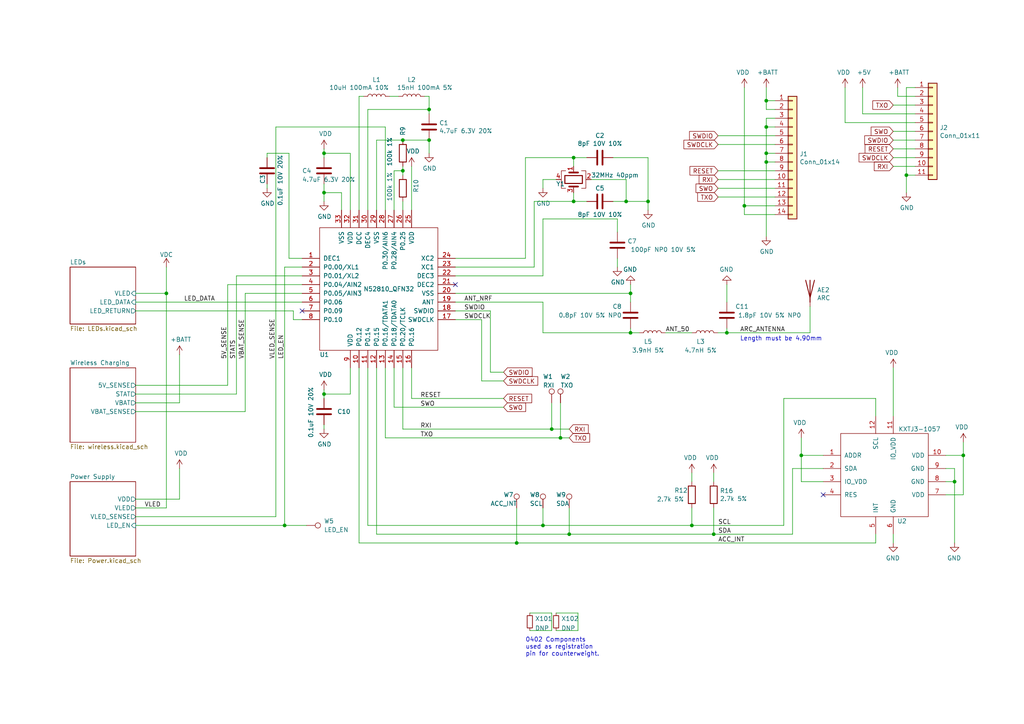
<source format=kicad_sch>
(kicad_sch (version 20211123) (generator eeschema)
  (paper "A4")
  (title_block (title "Pixels D20 Schematic, Main") (date "2021-06-23") (rev "2") (company "Systemic Games, LLC"))
  (lib_symbols
    (symbol "Connector_Generic:Conn_01x11" (pin_names (offset 1.016) hide)
      (property "Reference" "J" (at 0 15.24 0))
      (property "Value" "Conn_01x11" (at 0 -15.24 0))
      (symbol "Conn_01x11_1_1"
        (rectangle (start -1.27 -12.573) (end 0 -12.827) (stroke (width 0.1524)))
        (rectangle (start -1.27 -10.033) (end 0 -10.287) (stroke (width 0.1524)))
        (rectangle (start -1.27 -7.493) (end 0 -7.747) (stroke (width 0.1524)))
        (rectangle (start -1.27 -4.953) (end 0 -5.207) (stroke (width 0.1524)))
        (rectangle (start -1.27 -2.413) (end 0 -2.667) (stroke (width 0.1524)))
        (rectangle (start -1.27 0.127) (end 0 -0.127) (stroke (width 0.1524)))
        (rectangle (start -1.27 2.667) (end 0 2.413) (stroke (width 0.1524)))
        (rectangle (start -1.27 5.207) (end 0 4.953) (stroke (width 0.1524)))
        (rectangle (start -1.27 7.747) (end 0 7.493) (stroke (width 0.1524)))
        (rectangle (start -1.27 10.287) (end 0 10.033) (stroke (width 0.1524)))
        (rectangle (start -1.27 12.827) (end 0 12.573) (stroke (width 0.1524)))
        (rectangle (start -1.27 13.97) (end 1.27 -13.97) (stroke (width 0.254)) (fill (type background)))
        (pin passive line (at -5.08 12.7 0) (length 3.81) (name "Pin_1") (number "1"))
        (pin passive line (at -5.08 -10.16 0) (length 3.81) (name "Pin_10") (number "10"))
        (pin passive line (at -5.08 -12.7 0) (length 3.81) (name "Pin_11") (number "11"))
        (pin passive line (at -5.08 10.16 0) (length 3.81) (name "Pin_2") (number "2"))
        (pin passive line (at -5.08 7.62 0) (length 3.81) (name "Pin_3") (number "3"))
        (pin passive line (at -5.08 5.08 0) (length 3.81) (name "Pin_4") (number "4"))
        (pin passive line (at -5.08 2.54 0) (length 3.81) (name "Pin_5") (number "5"))
        (pin passive line (at -5.08 0 0) (length 3.81) (name "Pin_6") (number "6"))
        (pin passive line (at -5.08 -2.54 0) (length 3.81) (name "Pin_7") (number "7"))
        (pin passive line (at -5.08 -5.08 0) (length 3.81) (name "Pin_8") (number "8"))
        (pin passive line (at -5.08 -7.62 0) (length 3.81) (name "Pin_9") (number "9"))
      )
    )
    (symbol "Connector_Generic:Conn_01x14" (pin_names (offset 1.016) hide)
      (property "Reference" "J" (at 0 17.78 0))
      (property "Value" "Conn_01x14" (at 0 -20.32 0))
      (symbol "Conn_01x14_1_1"
        (rectangle (start -1.27 -17.653) (end 0 -17.907) (stroke (width 0.1524)))
        (rectangle (start -1.27 -15.113) (end 0 -15.367) (stroke (width 0.1524)))
        (rectangle (start -1.27 -12.573) (end 0 -12.827) (stroke (width 0.1524)))
        (rectangle (start -1.27 -10.033) (end 0 -10.287) (stroke (width 0.1524)))
        (rectangle (start -1.27 -7.493) (end 0 -7.747) (stroke (width 0.1524)))
        (rectangle (start -1.27 -4.953) (end 0 -5.207) (stroke (width 0.1524)))
        (rectangle (start -1.27 -2.413) (end 0 -2.667) (stroke (width 0.1524)))
        (rectangle (start -1.27 0.127) (end 0 -0.127) (stroke (width 0.1524)))
        (rectangle (start -1.27 2.667) (end 0 2.413) (stroke (width 0.1524)))
        (rectangle (start -1.27 5.207) (end 0 4.953) (stroke (width 0.1524)))
        (rectangle (start -1.27 7.747) (end 0 7.493) (stroke (width 0.1524)))
        (rectangle (start -1.27 10.287) (end 0 10.033) (stroke (width 0.1524)))
        (rectangle (start -1.27 12.827) (end 0 12.573) (stroke (width 0.1524)))
        (rectangle (start -1.27 15.367) (end 0 15.113) (stroke (width 0.1524)))
        (rectangle (start -1.27 16.51) (end 1.27 -19.05) (stroke (width 0.254)) (fill (type background)))
        (pin passive line (at -5.08 15.24 0) (length 3.81) (name "Pin_1") (number "1"))
        (pin passive line (at -5.08 -7.62 0) (length 3.81) (name "Pin_10") (number "10"))
        (pin passive line (at -5.08 -10.16 0) (length 3.81) (name "Pin_11") (number "11"))
        (pin passive line (at -5.08 -12.7 0) (length 3.81) (name "Pin_12") (number "12"))
        (pin passive line (at -5.08 -15.24 0) (length 3.81) (name "Pin_13") (number "13"))
        (pin passive line (at -5.08 -17.78 0) (length 3.81) (name "Pin_14") (number "14"))
        (pin passive line (at -5.08 12.7 0) (length 3.81) (name "Pin_2") (number "2"))
        (pin passive line (at -5.08 10.16 0) (length 3.81) (name "Pin_3") (number "3"))
        (pin passive line (at -5.08 7.62 0) (length 3.81) (name "Pin_4") (number "4"))
        (pin passive line (at -5.08 5.08 0) (length 3.81) (name "Pin_5") (number "5"))
        (pin passive line (at -5.08 2.54 0) (length 3.81) (name "Pin_6") (number "6"))
        (pin passive line (at -5.08 0 0) (length 3.81) (name "Pin_7") (number "7"))
        (pin passive line (at -5.08 -2.54 0) (length 3.81) (name "Pin_8") (number "8"))
        (pin passive line (at -5.08 -5.08 0) (length 3.81) (name "Pin_9") (number "9"))
      )
    )
    (symbol "Device:Antenna" (pin_numbers hide) (pin_names (offset 1.016) hide)
      (property "Reference" "AE" (at -1.905 1.905 0))
      (property "Value" "Antenna" (at -1.905 0 0))
      (symbol "Antenna_0_1"
        (polyline (pts (xy 0 2.54) (xy 0 -3.81)) (stroke (width 0.254)))
        (polyline (pts (xy 1.27 2.54) (xy 0 -2.54) (xy -1.27 2.54)) (stroke (width 0.254)))
      )
      (symbol "Antenna_1_1"
        (pin input line (at 0 -5.08 90) (length 2.54) (name "A") (number "1"))
      )
    )
    (symbol "Device:C" (pin_numbers hide) (pin_names (offset 0.254))
      (property "Reference" "C" (at 0.635 2.54 0))
      (property "Value" "C" (at 0.635 -2.54 0))
      (symbol "C_0_1"
        (polyline (pts (xy -2.032 -0.762) (xy 2.032 -0.762)) (stroke (width 0.508)))
        (polyline (pts (xy -2.032 0.762) (xy 2.032 0.762)) (stroke (width 0.508)))
      )
      (symbol "C_1_1"
        (pin passive line (at 0 3.81 270) (length 2.794) (name "~") (number "1"))
        (pin passive line (at 0 -3.81 90) (length 2.794) (name "~") (number "2"))
      )
    )
    (symbol "Device:Crystal_GND24" (pin_names (offset 1.016) hide)
      (property "Reference" "Y" (at 3.175 5.08 0))
      (property "Value" "Crystal_GND24" (at 3.175 3.175 0))
      (symbol "Crystal_GND24_0_1"
        (rectangle (start -1.143 2.54) (end 1.143 -2.54) (stroke (width 0.3048)))
        (polyline (pts (xy -2.54 0) (xy -2.032 0)))
        (polyline (pts (xy -2.032 -1.27) (xy -2.032 1.27)) (stroke (width 0.508)))
        (polyline (pts (xy 0 -3.81) (xy 0 -3.556)))
        (polyline (pts (xy 0 3.556) (xy 0 3.81)))
        (polyline (pts (xy 2.032 -1.27) (xy 2.032 1.27)) (stroke (width 0.508)))
        (polyline (pts (xy 2.032 0) (xy 2.54 0)))
        (polyline (pts (xy -2.54 -2.286) (xy -2.54 -3.556) (xy 2.54 -3.556) (xy 2.54 -2.286)))
        (polyline (pts (xy -2.54 2.286) (xy -2.54 3.556) (xy 2.54 3.556) (xy 2.54 2.286)))
      )
      (symbol "Crystal_GND24_1_1"
        (pin passive line (at -3.81 0 0) (length 1.27) (name "1") (number "1"))
        (pin passive line (at 0 5.08 270) (length 1.27) (name "2") (number "2"))
        (pin passive line (at 3.81 0 180) (length 1.27) (name "3") (number "3"))
        (pin passive line (at 0 -5.08 90) (length 1.27) (name "4") (number "4"))
      )
    )
    (symbol "Device:L" (pin_numbers hide) (pin_names (offset 1.016) hide)
      (property "Reference" "L" (at -1.27 0 90))
      (property "Value" "L" (at 1.905 0 90))
      (symbol "L_0_1"
        (arc (start 0 -2.54) (mid 0.635 -1.905) (end 0 -1.27))
        (arc (start 0 -1.27) (mid 0.635 -0.635) (end 0 0))
        (arc (start 0 0) (mid 0.635 0.635) (end 0 1.27))
        (arc (start 0 1.27) (mid 0.635 1.905) (end 0 2.54))
      )
      (symbol "L_1_1"
        (pin passive line (at 0 3.81 270) (length 1.27) (name "1") (number "1"))
        (pin passive line (at 0 -3.81 90) (length 1.27) (name "2") (number "2"))
      )
    )
    (symbol "Device:R" (pin_numbers hide) (pin_names (offset 0))
      (property "Reference" "R" (at 2.032 0 90))
      (property "Value" "R" (at 0 0 90))
      (symbol "R_0_1"
        (rectangle (start -1.016 -2.54) (end 1.016 2.54) (stroke (width 0.254)))
      )
      (symbol "R_1_1"
        (pin passive line (at 0 3.81 270) (length 1.27) (name "~") (number "1"))
        (pin passive line (at 0 -3.81 90) (length 1.27) (name "~") (number "2"))
      )
    )
    (symbol "Device:R_Small" (pin_numbers hide) (pin_names (offset 0.254) hide)
      (property "Reference" "R" (at 0.762 0.508 0))
      (property "Value" "R_Small" (at 0.762 -1.016 0))
      (symbol "R_Small_0_1"
        (rectangle (start -0.762 1.778) (end 0.762 -1.778) (stroke (width 0.2032)))
      )
      (symbol "R_Small_1_1"
        (pin passive line (at 0 2.54 270) (length 0.762) (name "~") (number "1"))
        (pin passive line (at 0 -2.54 90) (length 0.762) (name "~") (number "2"))
      )
    )
    (symbol "Pixels-dice:KXTJ3-1057" (pin_names (offset 1.016))
      (property "Reference" "U" (at 10.16 -12.7 0))
      (property "Value" "KXTJ3-1057" (at 8.89 13.97 0))
      (symbol "KXTJ3-1057_0_1"
        (rectangle (start -12.7 12.7) (end 12.7 -11.43))
      )
      (symbol "KXTJ3-1057_1_1"
        (pin input line (at -17.78 6.35 0) (length 5.08) (name "ADDR") (number "1"))
        (pin power_in line (at 17.78 6.35 180) (length 5.08) (name "VDD") (number "10"))
        (pin power_in line (at 2.54 17.78 270) (length 5.08) (name "IO_VDD") (number "11"))
        (pin input line (at -2.54 17.78 270) (length 5.08) (name "SCL") (number "12"))
        (pin bidirectional line (at -17.78 2.54 0) (length 5.08) (name "SDA") (number "2"))
        (pin power_in line (at -17.78 -1.27 0) (length 5.08) (name "IO_VDD") (number "3"))
        (pin passive line (at -17.78 -5.08 0) (length 5.08) (name "RES") (number "4"))
        (pin output line (at -2.54 -16.51 90) (length 5.08) (name "INT") (number "5"))
        (pin power_in line (at 2.54 -16.51 90) (length 5.08) (name "GND") (number "6"))
        (pin power_in line (at 17.78 -5.08 180) (length 5.08) (name "VDD") (number "7"))
        (pin power_in line (at 17.78 -1.27 180) (length 5.08) (name "GND") (number "8"))
        (pin power_in line (at 17.78 2.54 180) (length 5.08) (name "GND") (number "9"))
      )
    )
    (symbol "Pixels-dice:N52810_QFN32" (pin_names (offset 1.016))
      (property "Reference" "U" (at 13.97 -19.05 0))
      (property "Value" "N52810_QFN32" (at 2.54 0 0))
      (symbol "N52810_QFN32_0_1"
        (rectangle (start -17.78 17.78) (end 16.51 -17.78))
      )
      (symbol "N52810_QFN32_1_1"
        (pin power_out line (at -22.86 8.89 0) (length 5.08) (name "DEC1") (number "1"))
        (pin bidirectional line (at -6.35 -22.86 90) (length 5.08) (name "P0.12") (number "10"))
        (pin bidirectional line (at -3.81 -22.86 90) (length 5.08) (name "P0.14") (number "11"))
        (pin bidirectional line (at -1.27 -22.86 90) (length 5.08) (name "P0.15") (number "12"))
        (pin bidirectional line (at 1.27 -22.86 90) (length 5.08) (name "P0.16/TDATA1") (number "13"))
        (pin bidirectional line (at 3.81 -22.86 90) (length 5.08) (name "P0.18/TDATA0") (number "14"))
        (pin bidirectional line (at 6.35 -22.86 90) (length 5.08) (name "P0.20/TCLK") (number "15"))
        (pin bidirectional line (at 8.89 -22.86 90) (length 5.08) (name "P0.16") (number "16"))
        (pin bidirectional line (at 21.59 -8.89 180) (length 5.08) (name "SWDCLK") (number "17"))
        (pin bidirectional line (at 21.59 -6.35 180) (length 5.08) (name "SWDIO") (number "18"))
        (pin output line (at 21.59 -3.81 180) (length 5.08) (name "ANT") (number "19"))
        (pin bidirectional line (at -22.86 6.35 0) (length 5.08) (name "P0.00/XL1") (number "2"))
        (pin output line (at 21.59 -1.27 180) (length 5.08) (name "VSS") (number "20"))
        (pin output line (at 21.59 1.27 180) (length 5.08) (name "DEC2") (number "21"))
        (pin output line (at 21.59 3.81 180) (length 5.08) (name "DEC3") (number "22"))
        (pin output line (at 21.59 6.35 180) (length 5.08) (name "XC1") (number "23"))
        (pin input line (at 21.59 8.89 180) (length 5.08) (name "XC2") (number "24"))
        (pin power_in line (at 8.89 22.86 270) (length 5.08) (name "VDD") (number "25"))
        (pin bidirectional line (at 6.35 22.86 270) (length 5.08) (name "P0.25") (number "26"))
        (pin bidirectional line (at 3.81 22.86 270) (length 5.08) (name "P0.28/AIN4") (number "27"))
        (pin bidirectional line (at 1.27 22.86 270) (length 5.08) (name "P0.30/AIN6") (number "28"))
        (pin power_in line (at -1.27 22.86 270) (length 5.08) (name "VSS") (number "29"))
        (pin bidirectional line (at -22.86 3.81 0) (length 5.08) (name "P0.01/XL2") (number "3"))
        (pin output line (at -3.81 22.86 270) (length 5.08) (name "DEC4") (number "30"))
        (pin output line (at -6.35 22.86 270) (length 5.08) (name "DCC") (number "31"))
        (pin power_in line (at -8.89 22.86 270) (length 5.08) (name "VDD") (number "32"))
        (pin power_in line (at -11.43 22.86 270) (length 5.08) (name "VSS") (number "33"))
        (pin bidirectional line (at -22.86 1.27 0) (length 5.08) (name "P0.04/AIN2") (number "4"))
        (pin bidirectional line (at -22.86 -1.27 0) (length 5.08) (name "P0.05/AIN3") (number "5"))
        (pin bidirectional line (at -22.86 -3.81 0) (length 5.08) (name "P0.06") (number "6"))
        (pin bidirectional line (at -22.86 -6.35 0) (length 5.08) (name "P0.09") (number "7"))
        (pin bidirectional line (at -22.86 -8.89 0) (length 5.08) (name "P0.10") (number "8"))
        (pin power_in line (at -8.89 -22.86 90) (length 5.08) (name "VDD") (number "9"))
      )
    )
    (symbol "Pixels-dice:TEST_1P-conn" (pin_numbers hide) (pin_names (offset 0.762) hide)
      (property "Reference" "W" (at 0 6.858 0))
      (property "Value" "TEST_1P-conn" (at 0 5.08 0))
      (symbol "TEST_1P-conn_0_1"
        (circle (center 0 3.302) (radius 0.762))
      )
      (symbol "TEST_1P-conn_1_1"
        (pin passive line (at 0 0 90) (length 2.54) (name "1") (number "1"))
      )
    )
    (symbol "power:+5V" (power) (pin_names (offset 0))
      (property "Value" "+5V" (at 0 3.556 0))
      (symbol "+5V_0_1"
        (polyline (pts (xy -0.762 1.27) (xy 0 2.54)))
        (polyline (pts (xy 0 0) (xy 0 2.54)))
        (polyline (pts (xy 0 2.54) (xy 0.762 1.27)))
      )
      (symbol "+5V_1_1"
        (pin power_in line (at 0 0 90) (length 0) hide (name "+5V") (number "1"))
      )
    )
    (symbol "power:+BATT" (power) (pin_names (offset 0))
      (property "Value" "+BATT" (at 0 3.556 0))
      (symbol "+BATT_0_1"
        (polyline (pts (xy -0.762 1.27) (xy 0 2.54)))
        (polyline (pts (xy 0 0) (xy 0 2.54)))
        (polyline (pts (xy 0 2.54) (xy 0.762 1.27)))
      )
      (symbol "+BATT_1_1"
        (pin power_in line (at 0 0 90) (length 0) hide (name "+BATT") (number "1"))
      )
    )
    (symbol "power:GND" (power) (pin_names (offset 0))
      (property "Value" "GND" (at 0 -3.81 0))
      (symbol "GND_0_1"
        (polyline (pts (xy 0 0) (xy 0 -1.27) (xy 1.27 -1.27) (xy 0 -2.54) (xy -1.27 -1.27) (xy 0 -1.27)))
      )
      (symbol "GND_1_1"
        (pin power_in line (at 0 0 270) (length 0) hide (name "GND") (number "1"))
      )
    )
    (symbol "power:VDC" (power) (pin_names (offset 0))
      (property "Value" "VDC" (at 0 6.35 0))
      (symbol "VDC_0_1"
        (polyline (pts (xy -0.762 1.27) (xy 0 2.54)))
        (polyline (pts (xy 0 0) (xy 0 2.54)))
        (polyline (pts (xy 0 2.54) (xy 0.762 1.27)))
      )
      (symbol "VDC_1_1"
        (pin power_in line (at 0 0 90) (length 0) hide (name "VDC") (number "1"))
      )
    )
    (symbol "power:VDD" (power) (pin_names (offset 0))
      (property "Value" "VDD" (at 0 3.81 0))
      (symbol "VDD_0_1"
        (polyline (pts (xy -0.762 1.27) (xy 0 2.54)))
        (polyline (pts (xy 0 0) (xy 0 2.54)))
        (polyline (pts (xy 0 2.54) (xy 0.762 1.27)))
      )
      (symbol "VDD_1_1"
        (pin power_in line (at 0 0 90) (length 0) hide (name "VDD") (number "1"))
      )
    )
  )
  (junction (at 279.4 132.08))
  (junction (at 181.61 58.42))
  (junction (at 276.86 139.7))
  (junction (at 93.98 55.88))
  (junction (at 93.98 44.45))
  (junction (at 124.46 40.64))
  (junction (at 116.84 49.53))
  (junction (at 262.89 50.8))
  (junction (at 166.37 58.42))
  (junction (at 149.86 157.48))
  (junction (at 182.88 96.52))
  (junction (at 165.1 154.94))
  (junction (at 207.01 154.94))
  (junction (at 222.25 36.83))
  (junction (at 93.98 114.3))
  (junction (at 124.46 31.75))
  (junction (at 182.88 85.09))
  (junction (at 82.55 152.4))
  (junction (at 222.25 44.45))
  (junction (at 210.82 96.52))
  (junction (at 116.84 40.64))
  (junction (at 222.25 29.21))
  (junction (at 187.96 58.42))
  (junction (at 222.25 46.99))
  (junction (at 48.26 85.09))
  (junction (at 162.56 127))
  (junction (at 232.41 132.08))
  (junction (at 215.9 59.69))
  (junction (at 157.48 152.4))
  (junction (at 160.02 124.46))
  (junction (at 200.66 152.4))
  (junction (at 166.37 45.72))
  (no_connect (at 132.08 82.55))
  (no_connect (at 238.76 143.51))
  (no_connect (at 87.63 90.17))
  (wire (pts (xy 99.06 55.88) (xy 93.98 55.88)))
  (wire (pts (xy 99.06 60.96) (xy 99.06 55.88)))
  (wire (pts (xy 222.25 34.29) (xy 222.25 36.83)))
  (wire (pts (xy 207.01 137.16) (xy 207.01 139.7)))
  (wire (pts (xy 149.86 147.32) (xy 149.86 157.48)))
  (wire (pts (xy 109.22 40.64) (xy 109.22 60.96)))
  (wire (pts (xy 181.61 52.07) (xy 181.61 58.42)))
  (wire (pts (xy 250.19 25.4) (xy 250.19 33.02)))
  (wire (pts (xy 68.58 80.01) (xy 68.58 114.3)))
  (wire (pts (xy 154.94 77.47) (xy 154.94 58.42)))
  (wire (pts (xy 93.98 44.45) (xy 93.98 45.72)))
  (wire (pts (xy 232.41 139.7) (xy 232.41 132.08)))
  (wire (pts (xy 279.4 143.51) (xy 274.32 143.51)))
  (wire (pts (xy 101.6 44.45) (xy 93.98 44.45)))
  (wire (pts (xy 177.8 58.42) (xy 181.61 58.42)))
  (wire (pts (xy 157.48 80.01) (xy 132.08 80.01)))
  (wire (pts (xy 139.7 110.49) (xy 146.05 110.49)))
  (wire (pts (xy 132.08 74.93) (xy 152.4 74.93)))
  (wire (pts (xy 238.76 135.89) (xy 229.87 135.89)))
  (wire (pts (xy 207.01 147.32) (xy 207.01 154.94)))
  (wire (pts (xy 160.02 177.8) (xy 160.02 182.88)))
  (wire (pts (xy 187.96 45.72) (xy 187.96 58.42)))
  (wire (pts (xy 224.79 46.99) (xy 222.25 46.99)))
  (wire (pts (xy 160.02 124.46) (xy 165.1 124.46)))
  (wire (pts (xy 166.37 45.72) (xy 170.18 45.72)))
  (wire (pts (xy 259.08 154.94) (xy 259.08 157.48)))
  (wire (pts (xy 39.37 114.3) (xy 68.58 114.3)))
  (wire (pts (xy 132.08 87.63) (xy 157.48 87.63)))
  (wire (pts (xy 208.28 41.91) (xy 224.79 41.91)))
  (wire (pts (xy 39.37 147.32) (xy 48.26 147.32)))
  (wire (pts (xy 215.9 59.69) (xy 215.9 62.23)))
  (wire (pts (xy 116.84 124.46) (xy 116.84 106.68)))
  (wire (pts (xy 39.37 90.17) (xy 85.09 90.17)))
  (wire (pts (xy 162.56 127) (xy 165.1 127)))
  (wire (pts (xy 260.35 25.4) (xy 260.35 27.94)))
  (wire (pts (xy 80.01 36.83) (xy 111.76 36.83)))
  (wire (pts (xy 111.76 36.83) (xy 111.76 60.96)))
  (wire (pts (xy 262.89 25.4) (xy 262.89 50.8)))
  (wire (pts (xy 124.46 40.64) (xy 124.46 44.45)))
  (wire (pts (xy 39.37 111.76) (xy 66.04 111.76)))
  (wire (pts (xy 93.98 114.3) (xy 93.98 115.57)))
  (wire (pts (xy 132.08 85.09) (xy 182.88 85.09)))
  (wire (pts (xy 259.08 40.64) (xy 265.43 40.64)))
  (wire (pts (xy 149.86 157.48) (xy 254 157.48)))
  (wire (pts (xy 66.04 82.55) (xy 66.04 111.76)))
  (wire (pts (xy 224.79 59.69) (xy 215.9 59.69)))
  (wire (pts (xy 85.09 90.17) (xy 85.09 92.71)))
  (wire (pts (xy 274.32 139.7) (xy 276.86 139.7)))
  (wire (pts (xy 157.48 96.52) (xy 182.88 96.52)))
  (wire (pts (xy 152.4 74.93) (xy 152.4 45.72)))
  (wire (pts (xy 234.95 96.52) (xy 234.95 88.9)))
  (wire (pts (xy 106.68 106.68) (xy 106.68 152.4)))
  (wire (pts (xy 132.08 90.17) (xy 142.24 90.17)))
  (wire (pts (xy 114.3 106.68) (xy 114.3 118.11)))
  (wire (pts (xy 101.6 60.96) (xy 101.6 44.45)))
  (wire (pts (xy 254 120.65) (xy 254 115.57)))
  (wire (pts (xy 222.25 31.75) (xy 224.79 31.75)))
  (wire (pts (xy 93.98 114.3) (xy 93.98 113.03)))
  (wire (pts (xy 142.24 107.95) (xy 146.05 107.95)))
  (wire (pts (xy 222.25 29.21) (xy 222.25 31.75)))
  (wire (pts (xy 161.29 52.07) (xy 157.48 52.07)))
  (wire (pts (xy 160.02 116.84) (xy 160.02 124.46)))
  (wire (pts (xy 259.08 45.72) (xy 265.43 45.72)))
  (wire (pts (xy 222.25 44.45) (xy 222.25 46.99)))
  (wire (pts (xy 124.46 31.75) (xy 124.46 33.02)))
  (wire (pts (xy 52.07 144.78) (xy 52.07 135.89)))
  (wire (pts (xy 104.14 60.96) (xy 104.14 27.94)))
  (wire (pts (xy 114.3 60.96) (xy 114.3 49.53)))
  (wire (pts (xy 39.37 87.63) (xy 87.63 87.63)))
  (wire (pts (xy 123.19 27.94) (xy 124.46 27.94)))
  (wire (pts (xy 124.46 31.75) (xy 106.68 31.75)))
  (wire (pts (xy 165.1 154.94) (xy 207.01 154.94)))
  (wire (pts (xy 208.28 49.53) (xy 224.79 49.53)))
  (wire (pts (xy 232.41 132.08) (xy 238.76 132.08)))
  (wire (pts (xy 161.29 177.8) (xy 167.64 177.8)))
  (wire (pts (xy 177.8 45.72) (xy 187.96 45.72)))
  (wire (pts (xy 222.25 36.83) (xy 222.25 44.45)))
  (wire (pts (xy 39.37 85.09) (xy 48.26 85.09)))
  (wire (pts (xy 274.32 135.89) (xy 276.86 135.89)))
  (wire (pts (xy 279.4 132.08) (xy 279.4 143.51)))
  (wire (pts (xy 167.64 177.8) (xy 167.64 182.88)))
  (wire (pts (xy 114.3 49.53) (xy 116.84 49.53)))
  (wire (pts (xy 85.09 92.71) (xy 87.63 92.71)))
  (wire (pts (xy 154.94 58.42) (xy 166.37 58.42)))
  (wire (pts (xy 210.82 82.55) (xy 210.82 87.63)))
  (wire (pts (xy 232.41 132.08) (xy 232.41 127)))
  (wire (pts (xy 101.6 114.3) (xy 93.98 114.3)))
  (wire (pts (xy 111.76 127) (xy 162.56 127)))
  (wire (pts (xy 227.33 115.57) (xy 227.33 152.4)))
  (wire (pts (xy 276.86 139.7) (xy 276.86 157.48)))
  (wire (pts (xy 82.55 77.47) (xy 82.55 152.4)))
  (wire (pts (xy 200.66 137.16) (xy 200.66 139.7)))
  (wire (pts (xy 88.9 152.4) (xy 82.55 152.4)))
  (wire (pts (xy 222.25 34.29) (xy 224.79 34.29)))
  (wire (pts (xy 166.37 58.42) (xy 170.18 58.42)))
  (wire (pts (xy 215.9 62.23) (xy 224.79 62.23)))
  (wire (pts (xy 222.25 46.99) (xy 222.25 68.58)))
  (wire (pts (xy 182.88 82.55) (xy 182.88 85.09)))
  (wire (pts (xy 116.84 124.46) (xy 160.02 124.46)))
  (wire (pts (xy 179.07 63.5) (xy 179.07 67.31)))
  (wire (pts (xy 262.89 55.88) (xy 262.89 50.8)))
  (wire (pts (xy 259.08 48.26) (xy 265.43 48.26)))
  (wire (pts (xy 119.38 106.68) (xy 119.38 115.57)))
  (wire (pts (xy 208.28 57.15) (xy 224.79 57.15)))
  (wire (pts (xy 157.48 152.4) (xy 200.66 152.4)))
  (wire (pts (xy 152.4 45.72) (xy 166.37 45.72)))
  (wire (pts (xy 39.37 144.78) (xy 52.07 144.78)))
  (wire (pts (xy 259.08 38.1) (xy 265.43 38.1)))
  (wire (pts (xy 39.37 119.38) (xy 71.12 119.38)))
  (wire (pts (xy 124.46 27.94) (xy 124.46 31.75)))
  (wire (pts (xy 208.28 96.52) (xy 210.82 96.52)))
  (wire (pts (xy 259.08 30.48) (xy 265.43 30.48)))
  (wire (pts (xy 48.26 85.09) (xy 48.26 147.32)))
  (wire (pts (xy 82.55 77.47) (xy 87.63 77.47)))
  (wire (pts (xy 200.66 152.4) (xy 227.33 152.4)))
  (wire (pts (xy 109.22 154.94) (xy 165.1 154.94)))
  (wire (pts (xy 119.38 48.26) (xy 119.38 60.96)))
  (wire (pts (xy 82.55 152.4) (xy 39.37 152.4)))
  (wire (pts (xy 208.28 54.61) (xy 224.79 54.61)))
  (wire (pts (xy 87.63 82.55) (xy 66.04 82.55)))
  (wire (pts (xy 116.84 58.42) (xy 116.84 60.96)))
  (wire (pts (xy 116.84 40.64) (xy 124.46 40.64)))
  (wire (pts (xy 104.14 27.94) (xy 105.41 27.94)))
  (wire (pts (xy 250.19 33.02) (xy 265.43 33.02)))
  (wire (pts (xy 260.35 27.94) (xy 265.43 27.94)))
  (wire (pts (xy 87.63 80.01) (xy 68.58 80.01)))
  (wire (pts (xy 104.14 157.48) (xy 149.86 157.48)))
  (wire (pts (xy 139.7 92.71) (xy 139.7 110.49)))
  (wire (pts (xy 153.67 177.8) (xy 160.02 177.8)))
  (wire (pts (xy 39.37 149.86) (xy 80.01 149.86)))
  (wire (pts (xy 171.45 52.07) (xy 181.61 52.07)))
  (wire (pts (xy 93.98 44.45) (xy 93.98 43.18)))
  (wire (pts (xy 153.67 182.88) (xy 160.02 182.88)))
  (wire (pts (xy 93.98 55.88) (xy 93.98 58.42)))
  (wire (pts (xy 48.26 85.09) (xy 48.26 77.47)))
  (wire (pts (xy 157.48 87.63) (xy 157.48 96.52)))
  (wire (pts (xy 132.08 92.71) (xy 139.7 92.71)))
  (wire (pts (xy 165.1 147.32) (xy 165.1 154.94)))
  (wire (pts (xy 229.87 135.89) (xy 229.87 154.94)))
  (wire (pts (xy 224.79 44.45) (xy 222.25 44.45)))
  (wire (pts (xy 77.47 53.34) (xy 77.47 54.61)))
  (wire (pts (xy 146.05 115.57) (xy 119.38 115.57)))
  (wire (pts (xy 265.43 25.4) (xy 262.89 25.4)))
  (wire (pts (xy 116.84 49.53) (xy 116.84 50.8)))
  (wire (pts (xy 222.25 25.4) (xy 222.25 29.21)))
  (wire (pts (xy 162.56 116.84) (xy 162.56 127)))
  (wire (pts (xy 245.11 35.56) (xy 265.43 35.56)))
  (wire (pts (xy 157.48 147.32) (xy 157.48 152.4)))
  (wire (pts (xy 83.82 44.45) (xy 77.47 44.45)))
  (wire (pts (xy 182.88 95.25) (xy 182.88 96.52)))
  (wire (pts (xy 142.24 90.17) (xy 142.24 107.95)))
  (wire (pts (xy 109.22 40.64) (xy 116.84 40.64)))
  (wire (pts (xy 279.4 128.27) (xy 279.4 132.08)))
  (wire (pts (xy 87.63 74.93) (xy 83.82 74.93)))
  (wire (pts (xy 93.98 53.34) (xy 93.98 55.88)))
  (wire (pts (xy 157.48 63.5) (xy 157.48 80.01)))
  (wire (pts (xy 254 154.94) (xy 254 157.48)))
  (wire (pts (xy 106.68 31.75) (xy 106.68 60.96)))
  (wire (pts (xy 71.12 85.09) (xy 71.12 119.38)))
  (wire (pts (xy 181.61 58.42) (xy 187.96 58.42)))
  (wire (pts (xy 83.82 74.93) (xy 83.82 44.45)))
  (wire (pts (xy 210.82 96.52) (xy 234.95 96.52)))
  (wire (pts (xy 259.08 43.18) (xy 265.43 43.18)))
  (wire (pts (xy 207.01 154.94) (xy 229.87 154.94)))
  (wire (pts (xy 245.11 25.4) (xy 245.11 35.56)))
  (wire (pts (xy 116.84 48.26) (xy 116.84 49.53)))
  (wire (pts (xy 182.88 96.52) (xy 185.42 96.52)))
  (wire (pts (xy 80.01 36.83) (xy 80.01 149.86)))
  (wire (pts (xy 39.37 116.84) (xy 52.07 116.84)))
  (wire (pts (xy 182.88 85.09) (xy 182.88 87.63)))
  (wire (pts (xy 104.14 106.68) (xy 104.14 157.48)))
  (wire (pts (xy 179.07 74.93) (xy 179.07 77.47)))
  (wire (pts (xy 157.48 52.07) (xy 157.48 54.61)))
  (wire (pts (xy 193.04 96.52) (xy 200.66 96.52)))
  (wire (pts (xy 113.03 27.94) (xy 115.57 27.94)))
  (wire (pts (xy 187.96 58.42) (xy 187.96 60.96)))
  (wire (pts (xy 166.37 55.88) (xy 166.37 58.42)))
  (wire (pts (xy 208.28 39.37) (xy 224.79 39.37)))
  (wire (pts (xy 166.37 48.26) (xy 166.37 45.72)))
  (wire (pts (xy 279.4 132.08) (xy 274.32 132.08)))
  (wire (pts (xy 254 115.57) (xy 227.33 115.57)))
  (wire (pts (xy 179.07 63.5) (xy 157.48 63.5)))
  (wire (pts (xy 238.76 139.7) (xy 232.41 139.7)))
  (wire (pts (xy 210.82 95.25) (xy 210.82 96.52)))
  (wire (pts (xy 146.05 118.11) (xy 114.3 118.11)))
  (wire (pts (xy 262.89 50.8) (xy 265.43 50.8)))
  (wire (pts (xy 77.47 44.45) (xy 77.47 45.72)))
  (wire (pts (xy 224.79 36.83) (xy 222.25 36.83)))
  (wire (pts (xy 111.76 127) (xy 111.76 106.68)))
  (wire (pts (xy 109.22 106.68) (xy 109.22 154.94)))
  (wire (pts (xy 215.9 25.4) (xy 215.9 59.69)))
  (wire (pts (xy 276.86 135.89) (xy 276.86 139.7)))
  (wire (pts (xy 259.08 106.68) (xy 259.08 120.65)))
  (wire (pts (xy 222.25 29.21) (xy 224.79 29.21)))
  (wire (pts (xy 132.08 77.47) (xy 154.94 77.47)))
  (wire (pts (xy 200.66 147.32) (xy 200.66 152.4)))
  (wire (pts (xy 101.6 106.68) (xy 101.6 114.3)))
  (wire (pts (xy 161.29 182.88) (xy 167.64 182.88)))
  (wire (pts (xy 52.07 102.87) (xy 52.07 116.84)))
  (wire (pts (xy 87.63 85.09) (xy 71.12 85.09)))
  (wire (pts (xy 208.28 52.07) (xy 224.79 52.07)))
  (wire (pts (xy 106.68 152.4) (xy 157.48 152.4)))
  (wire (pts (xy 93.98 123.19) (xy 93.98 124.46)))
  (text "0402 Components\nused as registration\npin for counterweight." (at 152.4 190.5 0) (effects (font (size 1.27 1.27)) (justify left bottom)))
  (text "Length must be 4.90mm" (at 214.63 99.06 0) (effects (font (size 1.27 1.27)) (justify left bottom)))
  (label "VLED_SENSE" (at 80.01 104.14 90))
  (label "TXO" (at 121.92 127 0))
  (label "ACC_INT" (at 208.28 157.48 0))
  (label "ANT_50" (at 193.04 96.52 0))
  (label "SWDCLK" (at 134.62 92.71 0))
  (label "VBAT_SENSE" (at 71.12 104.14 90))
  (label "5V_SENSE" (at 66.04 104.14 90))
  (label "ANT_NRF" (at 134.62 87.63 0))
  (label "SDA" (at 208.28 154.94 0))
  (label "LED_EN" (at 82.55 104.14 90))
  (label "ARC_ANTENNA" (at 214.63 96.52 0))
  (label "RXI" (at 121.92 124.46 0))
  (label "SWDIO" (at 134.62 90.17 0))
  (label "SWO" (at 121.92 118.11 0))
  (label "LED_DATA" (at 53.34 87.63 0))
  (label "RESET" (at 121.92 115.57 0))
  (label "SCL" (at 208.28 152.4 0))
  (label "VLED" (at 41.91 147.32 0))
  (label "STATS" (at 68.58 104.14 90))
  (global_label "TXO" (shape input) (at 165.1 127 0) (property "Intersheet References" "${INTERSHEET_REFS}" (effects hide)))
  (global_label "RXI" (shape input) (at 259.08 48.26 180) (property "Intersheet References" "${INTERSHEET_REFS}" (effects hide)))
  (global_label "RESET" (shape input) (at 259.08 43.18 180) (property "Intersheet References" "${INTERSHEET_REFS}" (effects hide)))
  (global_label "RESET" (shape input) (at 208.28 49.53 180) (property "Intersheet References" "${INTERSHEET_REFS}" (effects hide)))
  (global_label "SWDIO" (shape input) (at 146.05 107.95 0) (property "Intersheet References" "${INTERSHEET_REFS}" (effects hide)))
  (global_label "RXI" (shape input) (at 208.28 52.07 180) (property "Intersheet References" "${INTERSHEET_REFS}" (effects hide)))
  (global_label "SWDCLK" (shape input) (at 259.08 45.72 180) (property "Intersheet References" "${INTERSHEET_REFS}" (effects hide)))
  (global_label "TXO" (shape input) (at 259.08 30.48 180) (property "Intersheet References" "${INTERSHEET_REFS}" (effects hide)))
  (global_label "SWO" (shape input) (at 146.05 118.11 0) (property "Intersheet References" "${INTERSHEET_REFS}" (effects hide)))
  (global_label "SWDCLK" (shape input) (at 146.05 110.49 0) (property "Intersheet References" "${INTERSHEET_REFS}" (effects hide)))
  (global_label "TXO" (shape input) (at 208.28 57.15 180) (property "Intersheet References" "${INTERSHEET_REFS}" (effects hide)))
  (global_label "RESET" (shape input) (at 146.05 115.57 0) (property "Intersheet References" "${INTERSHEET_REFS}" (effects hide)))
  (global_label "SWDIO" (shape input) (at 259.08 40.64 180) (property "Intersheet References" "${INTERSHEET_REFS}" (effects hide)))
  (global_label "SWO" (shape input) (at 208.28 54.61 180) (property "Intersheet References" "${INTERSHEET_REFS}" (effects hide)))
  (global_label "RXI" (shape input) (at 165.1 124.46 0) (property "Intersheet References" "${INTERSHEET_REFS}" (effects hide)))
  (global_label "SWDCLK" (shape input) (at 208.28 41.91 180) (property "Intersheet References" "${INTERSHEET_REFS}" (effects hide)))
  (global_label "SWO" (shape input) (at 259.08 38.1 180) (property "Intersheet References" "${INTERSHEET_REFS}" (effects hide)))
  (global_label "SWDIO" (shape input) (at 208.28 39.37 180) (property "Intersheet References" "${INTERSHEET_REFS}" (effects hide)))
  (symbol (lib_id "power:GND") (at 93.98 124.46 0) (unit 1)
    (property "Reference" "#PWR016" (effects hide))
    (property "Value" "GND" (at 94.107 128.8542 0))
  )
  (symbol (lib_id "power:VDD") (at 93.98 113.03 0) (unit 1)
    (property "Reference" "#PWR014" (effects hide))
    (property "Value" "VDD" (at 94.4118 108.6358 0))
  )
  (symbol (lib_id "Device:C") (at 93.98 119.38 0) (unit 1)
    (property "Reference" "C10" (at 97.79 119.38 0) (effects (justify left)))
    (property "Value" "0.1uF 10V 20%" (at 90.17 127 90) (effects (justify left)))
    (property "Footprint" "Pixels-dice:C_0402_1005Metric" (effects hide))
    (property "Generic OK" "YES" (effects hide))
    (property "Pixels Part Number" "SMD-C005" (effects hide))
    (property "Manufacturer" "Murata" (effects hide))
    (property "Manufacturer Part Number" "GRM155R61H104KE19D" (effects hide))
  )
  (symbol (lib_id "power:GND") (at 93.98 58.42 0) (unit 1)
    (property "Reference" "#PWR08" (effects hide))
    (property "Value" "GND" (at 94.107 62.8142 0))
  )
  (symbol (lib_id "power:VDD") (at 93.98 43.18 0) (unit 1)
    (property "Reference" "#PWR01" (effects hide))
    (property "Value" "VDD" (at 94.4118 38.7858 0))
  )
  (symbol (lib_id "Device:C") (at 93.98 49.53 0) (unit 1)
    (property "Reference" "C4" (at 87.63 49.53 0) (effects (justify left)))
    (property "Value" "4.7uF 6.3V 20%" (at 87.63 52.07 0) (effects (justify left)))
    (property "Footprint" "Pixels-dice:C_0402_1005Metric" (effects hide))
    (property "Generic OK" "YES" (effects hide))
    (property "Pixels Part Number" "SMD-C002" (effects hide))
    (property "Manufacturer" "Murata" (effects hide))
    (property "Manufacturer Part Number" "GRM155R60J475ME87D" (effects hide))
  )
  (symbol (lib_id "power:GND") (at 77.47 54.61 0) (unit 1)
    (property "Reference" "#PWR05" (effects hide))
    (property "Value" "GND" (at 77.597 59.0042 0))
  )
  (symbol (lib_id "Device:C") (at 77.47 49.53 0) (unit 1)
    (property "Reference" "C3" (at 76.2 53.34 90) (effects (justify left)))
    (property "Value" "0.1uF 10V 20%" (at 81.28 59.69 90) (effects (justify left)))
    (property "Footprint" "Pixels-dice:C_0402_1005Metric" (effects hide))
    (property "Generic OK" "YES" (effects hide))
    (property "Pixels Part Number" "SMD-C005" (effects hide))
    (property "Manufacturer" "Murata" (effects hide))
    (property "Manufacturer Part Number" "GRM155R61H104KE19D" (effects hide))
  )
  (symbol (lib_id "Device:L") (at 109.22 27.94 90) (unit 1)
    (property "Reference" "L1" (at 109.22 23.114 90))
    (property "Value" "10uH 100mA 10%" (at 104.14 25.4 90))
    (property "Footprint" "Inductor_SMD:L_0805_2012Metric" (effects hide))
    (property "Generic OK" "YES" (effects hide))
    (property "Pixels Part Number" "SMD-L001" (effects hide))
    (property "Manufacturer" "Taiyo Yuden" (effects hide))
    (property "Manufacturer Part Number" "LBR2012T100K" (effects hide))
  )
  (symbol (lib_id "Device:L") (at 119.38 27.94 90) (unit 1)
    (property "Reference" "L2" (at 119.38 23.114 90))
    (property "Value" "15nH 100mA 5%" (at 123.19 25.4 90))
    (property "Footprint" "Inductor_SMD:L_0402_1005Metric" (effects hide))
    (property "Generic OK" "YES" (effects hide))
    (property "Pixels Part Number" "SMD-L002" (effects hide))
    (property "Manufacturer" "Taiyo Yuden" (effects hide))
    (property "Manufacturer Part Number" "HK100515NJ-T" (effects hide))
  )
  (symbol (lib_id "Device:C") (at 124.46 36.83 0) (unit 1)
    (property "Reference" "C1" (at 127.381 35.6616 0) (effects (justify left)))
    (property "Value" "4.7uF 6.3V 20%" (at 127.381 37.973 0) (effects (justify left)))
    (property "Footprint" "Pixels-dice:C_0402_1005Metric" (effects hide))
    (property "Generic OK" "YES" (effects hide))
    (property "Pixels Part Number" "SMD-C002" (effects hide))
    (property "Manufacturer" "Murata" (effects hide))
    (property "Manufacturer Part Number" "GRM155R60J475ME87D" (effects hide))
  )
  (symbol (lib_id "power:GND") (at 124.46 44.45 0) (unit 1)
    (property "Reference" "#PWR03" (effects hide))
    (property "Value" "GND" (at 124.587 48.8442 0))
  )
  (symbol (lib_id "Device:Crystal_GND24") (at 166.37 52.07 270) (unit 1)
    (property "Reference" "Y1" (at 161.29 53.34 90) (effects (justify left)))
    (property "Value" "32MHz 40ppm" (at 171.45 50.8 90) (effects (justify left)))
    (property "Footprint" "Pixels-dice:Crystal_SMD_2016-4Pin_2.0x1.6mm" (effects hide))
    (property "Generic OK" "YES" (effects hide))
    (property "Manufacturer" "Murata" (effects hide))
    (property "Manufacturer Part Number" "XRCGB32M000F2P00R0" (effects hide))
    (property "Pixels Part Number" "SMD-Y001" (effects hide))
  )
  (symbol (lib_id "Device:C") (at 173.99 45.72 270) (unit 1)
    (property "Reference" "C2" (at 173.99 39.3192 90))
    (property "Value" "8pF 10V 10%" (at 173.99 41.6306 90))
    (property "Footprint" "Pixels-dice:C_0402_1005Metric" (effects hide))
    (property "Generic OK" "YES" (effects hide))
    (property "Pixels Part Number" "SMD-C001" (effects hide))
    (property "Manufacturer" "Murata" (effects hide))
    (property "Manufacturer Part Number" "GRM1555C2A8R0DA01D" (effects hide))
  )
  (symbol (lib_id "Device:C") (at 173.99 58.42 270) (unit 1)
    (property "Reference" "C5" (at 173.99 54.61 90))
    (property "Value" "8pF 10V 10%" (at 173.99 62.23 90))
    (property "Footprint" "Pixels-dice:C_0402_1005Metric" (effects hide))
    (property "Generic OK" "YES" (effects hide))
    (property "Pixels Part Number" "SMD-C001" (effects hide))
    (property "Manufacturer" "Murata" (effects hide))
    (property "Manufacturer Part Number" "GRM1555C2A8R0DA01D" (effects hide))
  )
  (symbol (lib_id "power:GND") (at 187.96 60.96 0) (unit 1)
    (property "Reference" "#PWR09" (effects hide))
    (property "Value" "GND" (at 188.087 65.3542 0))
  )
  (symbol (lib_id "power:GND") (at 179.07 77.47 0) (unit 1)
    (property "Reference" "#PWR011" (effects hide))
    (property "Value" "GND" (at 179.197 81.8642 0))
  )
  (symbol (lib_id "Device:C") (at 179.07 71.12 0) (unit 1)
    (property "Reference" "C7" (at 181.991 69.9516 0) (effects (justify left)))
    (property "Value" "100pF NP0 10V 5%" (at 182.88 72.39 0) (effects (justify left)))
    (property "Footprint" "Pixels-dice:C_0402_1005Metric" (effects hide))
    (property "Generic OK" "YES" (effects hide))
    (property "Pixels Part Number" "SMD-C003" (effects hide))
    (property "Manufacturer" "Kemet" (effects hide))
    (property "Manufacturer Part Number" "C0402C101J5GAC7411" (effects hide))
  )
  (symbol (lib_id "Device:C") (at 182.88 91.44 180) (unit 1)
    (property "Reference" "C8" (at 180.34 88.9 0) (effects (justify left)))
    (property "Value" "0.8pF 10V 5% NP0" (at 180.34 91.44 0) (effects (justify left)))
    (property "Footprint" "Pixels-dice:0402_RF" (effects hide))
    (property "Generic OK" "YES" (effects hide))
    (property "Pixels Part Number" "SMD-C004" (effects hide))
    (property "Manufacturer" "Murata" (effects hide))
    (property "Manufacturer Part Number" "GCM1555C1HR80BA16D" (effects hide))
  )
  (symbol (lib_id "power:GND") (at 182.88 82.55 180) (unit 1)
    (property "Reference" "#PWR012" (effects hide))
    (property "Value" "GND" (at 182.753 78.1558 0))
  )
  (symbol (lib_id "power:GND") (at 157.48 54.61 0) (unit 1)
    (property "Reference" "#PWR06" (effects hide))
    (property "Value" "GND" (at 157.607 59.0042 0))
  )
  (symbol (lib_id "power:VDD") (at 52.07 135.89 0) (unit 1)
    (property "Reference" "#PWR021" (effects hide))
    (property "Value" "VDD" (at 52.5018 131.4958 0))
  )
  (symbol (lib_id "Pixels-dice:TEST_1P-conn") (at 160.02 116.84 0) (unit 1)
    (property "Reference" "W1" (at 157.48 109.22 0) (effects (justify left)))
    (property "Value" "RXI" (at 157.48 111.76 0) (effects (justify left)))
    (property "Footprint" "Pixels-dice:TEST_PIN" (effects hide))
    (property "Generic OK" "N/A" (effects hide))
  )
  (symbol (lib_id "Pixels-dice:TEST_1P-conn") (at 162.56 116.84 0) (unit 1)
    (property "Reference" "W2" (at 162.56 109.22 0) (effects (justify left)))
    (property "Value" "TXO" (at 162.56 111.76 0) (effects (justify left)))
    (property "Footprint" "Pixels-dice:TEST_PIN" (effects hide))
    (property "Generic OK" "N/A" (effects hide))
  )
  (symbol (lib_id "Pixels-dice:TEST_1P-conn") (at 88.9 152.4 270) (unit 1)
    (property "Reference" "W5" (at 93.98 151.13 90) (effects (justify left)))
    (property "Value" "LED_EN" (at 93.98 153.67 90) (effects (justify left)))
    (property "Footprint" "Pixels-dice:TEST_PIN" (effects hide))
    (property "Generic OK" "N/A" (effects hide))
  )
  (symbol (lib_id "Pixels-dice:TEST_1P-conn") (at 149.86 147.32 0) (unit 1)
    (property "Reference" "W7" (at 146.05 143.51 0) (effects (justify left)))
    (property "Value" "ACC_INT" (at 142.24 146.05 0) (effects (justify left)))
    (property "Footprint" "Pixels-dice:TEST_PIN" (effects hide))
    (property "Generic OK" "N/A" (effects hide))
  )
  (symbol (lib_id "Pixels-dice:TEST_1P-conn") (at 157.48 147.32 0) (unit 1)
    (property "Reference" "W8" (at 153.67 143.51 0) (effects (justify left)))
    (property "Value" "SCL" (at 153.67 146.05 0) (effects (justify left)))
    (property "Footprint" "Pixels-dice:TEST_PIN" (effects hide))
    (property "Generic OK" "N/A" (effects hide))
  )
  (symbol (lib_id "Pixels-dice:TEST_1P-conn") (at 165.1 147.32 0) (unit 1)
    (property "Reference" "W9" (at 161.29 143.51 0) (effects (justify left)))
    (property "Value" "SDA" (at 161.29 146.05 0) (effects (justify left)))
    (property "Footprint" "Pixels-dice:TEST_PIN" (effects hide))
    (property "Generic OK" "N/A" (effects hide))
  )
  (symbol (lib_id "Pixels-dice:N52810_QFN32") (at 110.49 83.82 0) (unit 1)
    (property "Reference" "U1" (at 92.71 102.87 0) (effects (justify left)))
    (property "Value" "N52810_QFN32" (at 105.41 83.82 0) (effects (justify left)))
    (property "Footprint" "Package_DFN_QFN:QFN-32-1EP_5x5mm_P0.5mm_EP3.1x3.1mm" (effects hide))
    (property "Generic OK" "NO" (effects hide))
    (property "Manufacturer" "Nordic Semiconductor" (effects hide))
    (property "Manufacturer Part Number" "NRF52810-QCAA-R" (effects hide))
    (property "Pixels Part Number" "SMD-U001" (effects hide))
  )
  (symbol (lib_id "power:VDD") (at 119.38 48.26 0) (unit 1)
    (property "Reference" "#PWR04" (effects hide))
    (property "Value" "VDD" (at 119.8118 43.8658 0))
  )
  (symbol (lib_id "Connector_Generic:Conn_01x14") (at 229.87 44.45 0) (unit 1)
    (property "Reference" "J1" (at 231.902 44.6532 0) (effects (justify left)))
    (property "Value" "Conn_01x14" (at 231.902 46.9646 0) (effects (justify left)))
    (property "Footprint" "Pixels-dice:FPC_14" (effects hide))
    (property "Generic OK" "N/A" (effects hide))
  )
  (symbol (lib_id "power:+BATT") (at 222.25 25.4 0) (unit 1)
    (property "Reference" "#PWR07" (effects hide))
    (property "Value" "+BATT" (at 222.631 21.0058 0))
  )
  (symbol (lib_id "power:VDD") (at 215.9 25.4 0) (mirror y) (unit 1)
    (property "Reference" "#PWR02" (effects hide))
    (property "Value" "VDD" (at 215.4682 21.0058 0))
  )
  (symbol (lib_id "power:GND") (at 222.25 68.58 0) (unit 1)
    (property "Reference" "#PWR013" (effects hide))
    (property "Value" "GND" (at 222.377 72.9742 0))
  )
  (symbol (lib_id "Device:R") (at 116.84 54.61 0) (unit 1)
    (property "Reference" "R10" (at 120.65 55.88 90) (effects (justify left)))
    (property "Value" "100k 1%" (at 113.03 58.42 90) (effects (justify left)))
    (property "Footprint" "Pixels-dice:R_0402_1005Metric" (effects hide))
    (property "Generic OK" "YES" (effects hide))
    (property "Pixels Part Number" "SMD-R006" (effects hide))
    (property "Manufacturer" "Vishay" (effects hide))
    (property "Manufacturer Part Number" "CRCW0402100KFKEDC" (effects hide))
  )
  (symbol (lib_id "Device:R") (at 116.84 44.45 0) (unit 1)
    (property "Reference" "R9" (at 116.84 39.37 90) (effects (justify left)))
    (property "Value" "100k 1%" (at 113.03 48.26 90) (effects (justify left)))
    (property "Footprint" "Pixels-dice:R_0402_1005Metric" (effects hide))
    (property "Generic OK" "YES" (effects hide))
    (property "Pixels Part Number" "SMD-R006" (effects hide))
    (property "Manufacturer" "Vishay" (effects hide))
    (property "Manufacturer Part Number" "CRCW0402100KFKEDC" (effects hide))
  )
  (symbol (lib_id "Connector_Generic:Conn_01x11") (at 270.51 38.1 0) (unit 1)
    (property "Reference" "J2" (at 272.542 37.0332 0) (effects (justify left)))
    (property "Value" "Conn_01x11" (at 272.542 39.3446 0) (effects (justify left)))
    (property "Footprint" "Pixels-dice:FPC-POGO-11" (effects hide))
    (property "Generic OK" "N/A" (effects hide))
  )
  (symbol (lib_id "power:+BATT") (at 260.35 25.4 0) (unit 1)
    (property "Reference" "#PWR022" (effects hide))
    (property "Value" "+BATT" (at 260.731 21.0058 0))
  )
  (symbol (lib_id "power:VDD") (at 245.11 25.4 0) (mirror y) (unit 1)
    (property "Reference" "#PWR018" (effects hide))
    (property "Value" "VDD" (at 244.6782 21.0058 0))
  )
  (symbol (lib_id "power:GND") (at 262.89 55.88 0) (unit 1)
    (property "Reference" "#PWR024" (effects hide))
    (property "Value" "GND" (at 263.017 60.2742 0))
  )
  (symbol (lib_id "power:+5V") (at 250.19 25.4 0) (unit 1)
    (property "Reference" "#PWR017" (effects hide))
    (property "Value" "+5V" (at 250.571 21.0058 0))
  )
  (symbol (lib_id "Device:L") (at 189.23 96.52 90) (unit 1)
    (property "Reference" "L5" (at 187.96 99.06 90))
    (property "Value" "3.9nH 5%" (at 187.96 101.6 90))
    (property "Footprint" "Pixels-dice:0402_RF" (effects hide))
    (property "Generic OK" "YES" (effects hide))
    (property "Manufacturer" "Murata" (effects hide))
    (property "Manufacturer Part Number" "LQG15HS3N9B02D" (effects hide))
  )
  (symbol (lib_id "Device:Antenna") (at 234.95 83.82 0) (unit 1)
    (property "Reference" "AE2" (at 236.982 84.0994 0) (effects (justify left)))
    (property "Value" "ARC" (at 236.982 86.4108 0) (effects (justify left)))
    (property "Footprint" "Pixels-dice:ARC_Antenna" (effects hide))
    (property "Manufacturer" "AEM Antennas" (effects hide))
    (property "Generic OK" "N/A" (effects hide))
  )
  (symbol (lib_id "Device:R") (at 200.66 143.51 0) (unit 1)
    (property "Reference" "R12" (at 195.58 142.24 0) (effects (justify left)))
    (property "Value" "2.7k 5%" (at 190.5 144.78 0) (effects (justify left)))
    (property "Footprint" "Pixels-dice:R_0402_1005Metric" (effects hide))
    (property "Generic OK" "YES" (effects hide))
    (property "Manufacturer" "Yageo" (effects hide))
    (property "Manufacturer Part Number" "RC0402JR-072K7L" (effects hide))
    (property "Pixels Part Number" "SMD-R021" (effects hide))
  )
  (symbol (lib_id "Device:R") (at 207.01 143.51 0) (unit 1)
    (property "Reference" "R16" (at 208.788 142.3416 0) (effects (justify left)))
    (property "Value" "2.7k 5%" (at 208.788 144.653 0) (effects (justify left)))
    (property "Footprint" "Pixels-dice:R_0402_1005Metric" (effects hide))
    (property "Generic OK" "YES" (effects hide))
    (property "Manufacturer" "Yageo" (effects hide))
    (property "Manufacturer Part Number" "RC0402JR-072K7L" (effects hide))
    (property "Pixels Part Number" "SMD-R021" (effects hide))
  )
  (symbol (lib_id "power:VDD") (at 207.01 137.16 0) (mirror y) (unit 1)
    (property "Reference" "#PWR046" (effects hide))
    (property "Value" "VDD" (at 206.5782 132.7658 0))
  )
  (symbol (lib_id "power:VDD") (at 200.66 137.16 0) (mirror y) (unit 1)
    (property "Reference" "#PWR045" (effects hide))
    (property "Value" "VDD" (at 200.2282 132.7658 0))
  )
  (symbol (lib_id "Pixels-dice:KXTJ3-1057") (at 256.54 138.43 0) (unit 1)
    (property "Reference" "U2" (at 261.62 151.13 0))
    (property "Value" "KXTJ3-1057" (at 266.7 124.46 0))
    (property "Footprint" "Package_LGA:LGA-12_2x2mm_P0.5mm" (effects hide))
    (property "Manufacturer" "Kionix" (effects hide))
    (property "Manufacturer Part Number" "KXTJ3-1057" (effects hide))
    (property "Pixels Part Number" "SMD-U002-ALT1" (effects hide))
    (property "Generic OK" "NO" (effects hide))
  )
  (symbol (lib_id "power:VDD") (at 279.4 128.27 0) (mirror y) (unit 1)
    (property "Reference" "#PWR037" (effects hide))
    (property "Value" "VDD" (at 278.9682 123.8758 0))
  )
  (symbol (lib_id "power:GND") (at 259.08 157.48 0) (mirror y) (unit 1)
    (property "Reference" "#PWR047" (effects hide))
    (property "Value" "GND" (at 258.953 161.8742 0))
  )
  (symbol (lib_id "power:GND") (at 276.86 157.48 0) (mirror y) (unit 1)
    (property "Reference" "#PWR048" (effects hide))
    (property "Value" "GND" (at 276.733 161.8742 0))
  )
  (symbol (lib_id "power:VDD") (at 259.08 106.68 0) (mirror y) (unit 1)
    (property "Reference" "#PWR015" (effects hide))
    (property "Value" "VDD" (at 258.6482 102.2858 0))
  )
  (symbol (lib_id "power:VDD") (at 232.41 127 0) (mirror y) (unit 1)
    (property "Reference" "#PWR023" (effects hide))
    (property "Value" "VDD" (at 231.9782 122.6058 0))
  )
  (symbol (lib_id "Device:L") (at 204.47 96.52 90) (unit 1)
    (property "Reference" "L3" (at 203.2 99.06 90))
    (property "Value" "4.7nH 5%" (at 203.2 101.6 90))
    (property "Footprint" "Pixels-dice:0402_RF" (effects hide))
    (property "Generic OK" "YES" (effects hide))
    (property "Manufacturer" "Murata" (effects hide))
    (property "Manufacturer Part Number" "LQG15HN4N7S02D" (effects hide))
  )
  (symbol (lib_id "Device:C") (at 210.82 91.44 180) (unit 1)
    (property "Reference" "C11" (at 217.17 88.9 0) (effects (justify left)))
    (property "Value" "1.8pF 10V 5% NP0" (at 232.41 91.44 0) (effects (justify left)))
    (property "Footprint" "Pixels-dice:0402_RF" (effects hide))
    (property "Generic OK" "YES" (effects hide))
    (property "Pixels Part Number" "SMD-C004" (effects hide))
    (property "Manufacturer" "Murata" (effects hide))
    (property "Manufacturer Part Number" "GCM1555C1H1R8BA16D" (effects hide))
  )
  (symbol (lib_id "power:VDC") (at 48.26 77.47 0) (unit 1)
    (property "Reference" "#PWR010" (effects hide))
    (property "Value" "VDC" (at 48.26 73.8655 0))
  )
  (symbol (lib_id "Device:R_Small") (at 153.67 180.34 0) (unit 1)
    (property "Reference" "X101" (at 155.1686 179.4315 0) (effects (justify left)))
    (property "Value" "DNP" (at 155.1686 182.2066 0) (effects (justify left)))
    (property "Footprint" "Capacitor_SMD:C_0402_1005Metric" (effects hide))
    (property "Generic OK" "YES" (effects hide))
  )
  (symbol (lib_id "power:+BATT") (at 52.07 102.87 0) (unit 1)
    (property "Reference" "#PWR0143" (effects hide))
    (property "Value" "+BATT" (at 52.451 98.4758 0))
  )
  (symbol (lib_id "power:GND") (at 210.82 82.55 180) (unit 1)
    (property "Reference" "#PWR035" (effects hide))
    (property "Value" "GND" (at 210.693 78.1558 0))
  )
  (symbol (lib_id "Device:R_Small") (at 161.29 180.34 0) (unit 1)
    (property "Reference" "X102" (at 162.7886 179.4315 0) (effects (justify left)))
    (property "Value" "DNP" (at 162.7886 182.2066 0) (effects (justify left)))
    (property "Footprint" "Capacitor_SMD:C_0402_1005Metric" (effects hide))
    (property "Generic OK" "YES" (effects hide))
  )
  (sheet (at 20.32 139.7) (size 19.05 21.59)
    (property "Sheet name" "Power Supply" (at 20.32 138.9884 0) (effects (justify left bottom)))
    (property "Sheet file" "Power.kicad_sch" (at 20.32 161.8746 0) (effects (justify left top)))
    (pin "VDD" output (at 39.37 144.78 0))
    (pin "VLED" output (at 39.37 147.32 0))
    (pin "LED_EN" input (at 39.37 152.4 0))
    (pin "VLED_SENSE" output (at 39.37 149.86 0))
  )
  (sheet (at 20.32 77.47) (size 19.05 16.51)
    (property "Sheet name" "LEDs" (at 20.32 76.7584 0) (effects (justify left bottom)))
    (property "Sheet file" "LEDs.kicad_sch" (at 20.32 94.5646 0) (effects (justify left top)))
    (pin "VLED" input (at 39.37 85.09 0))
    (pin "LED_DATA" input (at 39.37 87.63 0))
    (pin "LED_RETURN" output (at 39.37 90.17 0))
  )
  (sheet (at 20.32 106.68) (size 19.05 21.59) (stroke (width 0.1524))
    (property "Sheet name" "Wireless Charging" (at 20.32 105.9684 0) (effects (justify left bottom)))
    (property "Sheet file" "wireless.kicad_sch" (at 20.32 128.8546 0) (effects (justify left top)))
    (pin "VBAT" output (at 39.37 116.84 0))
    (pin "STAT" output (at 39.37 114.3 0))
    (pin "5V_SENSE" output (at 39.37 111.76 0))
    (pin "VBAT_SENSE" output (at 39.37 119.38 0))
  )
)
</source>
